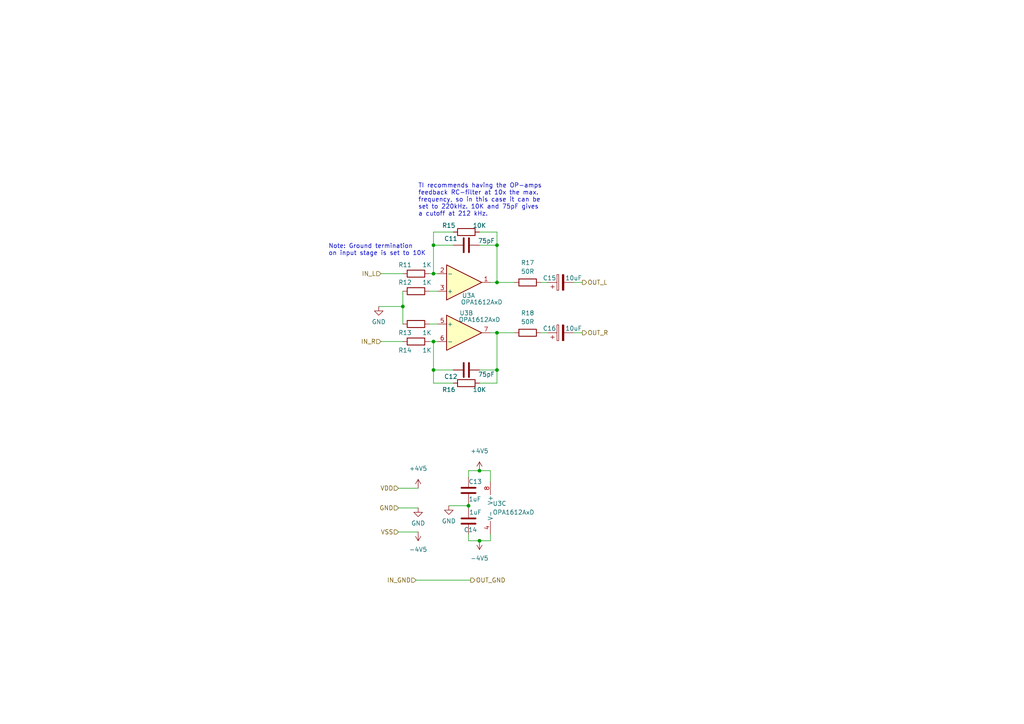
<source format=kicad_sch>
(kicad_sch (version 20230121) (generator eeschema)
  (paper "A4")
  (lib_symbols
    (symbol "Amplifier_Operational:OPA1612AxD" (pin_names (offset 0.127))
      (property "Reference" "U" (at 0 5.08 0))
      (property "Value" "OPA1612AxD" (at 0 -5.08 0))
      (symbol "OPA1612AxD_1_1"
        (polyline (pts (xy -5.08 5.08) (xy 5.08 0) (xy -5.08 -5.08) (xy -5.08 5.08)) (stroke (width 0.254)) (fill (type background)))
        (pin output line (at 7.62 0 180) (length 2.54) (name "~") (number "1"))
        (pin input line (at -7.62 -2.54 0) (length 2.54) (name "-") (number "2"))
        (pin input line (at -7.62 2.54 0) (length 2.54) (name "+") (number "3"))
      )
      (symbol "OPA1612AxD_2_1"
        (polyline (pts (xy -5.08 5.08) (xy 5.08 0) (xy -5.08 -5.08) (xy -5.08 5.08)) (stroke (width 0.254)) (fill (type background)))
        (pin input line (at -7.62 2.54 0) (length 2.54) (name "+") (number "5"))
        (pin input line (at -7.62 -2.54 0) (length 2.54) (name "-") (number "6"))
        (pin output line (at 7.62 0 180) (length 2.54) (name "~") (number "7"))
      )
      (symbol "OPA1612AxD_3_1"
        (pin power_in line (at -2.54 -7.62 90) (length 3.81) (name "V-") (number "4"))
        (pin power_in line (at -2.54 7.62 270) (length 3.81) (name "V+") (number "8"))
      )
    )
    (symbol "Device:C" (pin_numbers hide) (pin_names (offset 0.254))
      (property "Reference" "C" (at 0.635 2.54 0))
      (property "Value" "C" (at 0.635 -2.54 0))
      (symbol "C_0_1"
        (polyline (pts (xy -2.032 -0.762) (xy 2.032 -0.762)) (stroke (width 0.508)))
        (polyline (pts (xy -2.032 0.762) (xy 2.032 0.762)) (stroke (width 0.508)))
      )
      (symbol "C_1_1"
        (pin passive line (at 0 3.81 270) (length 2.794) (name "~") (number "1"))
        (pin passive line (at 0 -3.81 90) (length 2.794) (name "~") (number "2"))
      )
    )
    (symbol "Device:C_Polarized" (pin_numbers hide) (pin_names (offset 0.254))
      (property "Reference" "C" (at 0.635 2.54 0))
      (property "Value" "C_Polarized" (at 0.635 -2.54 0))
      (symbol "C_Polarized_0_1"
        (rectangle (start -2.286 0.508) (end 2.286 1.016))
        (polyline (pts (xy -1.778 2.286) (xy -0.762 2.286)))
        (polyline (pts (xy -1.27 2.794) (xy -1.27 1.778)))
        (rectangle (start 2.286 -0.508) (end -2.286 -1.016) (fill (type outline)))
      )
      (symbol "C_Polarized_1_1"
        (pin passive line (at 0 3.81 270) (length 2.794) (name "~") (number "1"))
        (pin passive line (at 0 -3.81 90) (length 2.794) (name "~") (number "2"))
      )
    )
    (symbol "Device:R" (pin_numbers hide) (pin_names (offset 0))
      (property "Reference" "R" (at 2.032 0 90))
      (property "Value" "R" (at 0 0 90))
      (symbol "R_0_1"
        (rectangle (start -1.016 -2.54) (end 1.016 2.54) (stroke (width 0.254)))
      )
      (symbol "R_1_1"
        (pin passive line (at 0 3.81 270) (length 1.27) (name "~") (number "1"))
        (pin passive line (at 0 -3.81 90) (length 1.27) (name "~") (number "2"))
      )
    )
    (symbol "power:GND" (power) (pin_names (offset 0))
      (property "Value" "GND" (at 0 -3.81 0))
      (symbol "GND_0_1"
        (polyline (pts (xy 0 0) (xy 0 -1.27) (xy 1.27 -1.27) (xy 0 -2.54) (xy -1.27 -1.27) (xy 0 -1.27)))
      )
      (symbol "GND_1_1"
        (pin power_in line (at 0 0 270) (length 0) hide (name "GND") (number "1"))
      )
    )
    (symbol "preamp_lib:+4V5" (power) (pin_names (offset 0))
      (property "Value" "+4V5" (at 0 3.556 0))
      (symbol "+4V5_0_1"
        (polyline (pts (xy -0.762 1.27) (xy 0 2.54)))
        (polyline (pts (xy 0 0) (xy 0 2.54)))
        (polyline (pts (xy 0 2.54) (xy 0.762 1.27)))
      )
      (symbol "+4V5_1_1"
        (pin power_in line (at 0 0 90) (length 0) hide (name "+4V5") (number "1"))
      )
    )
    (symbol "preamp_lib:-4V5" (power) (pin_names (offset 0))
      (property "Value" "-4V5" (at 0 3.556 0))
      (symbol "-4V5_0_1"
        (polyline (pts (xy -0.762 1.27) (xy 0 2.54)))
        (polyline (pts (xy 0 0) (xy 0 2.54)))
        (polyline (pts (xy 0 2.54) (xy 0.762 1.27)))
      )
      (symbol "-4V5_1_1"
        (pin power_in line (at 0 0 90) (length 0) hide (name "-4V5") (number "1"))
      )
    )
  )
  (junction (at 116.84 88.9))
  (junction (at 144.145 96.52))
  (junction (at 139.065 136.525))
  (junction (at 144.145 107.315))
  (junction (at 125.73 79.375))
  (junction (at 125.73 71.12))
  (junction (at 139.065 156.845))
  (junction (at 135.89 146.685))
  (junction (at 125.73 99.06))
  (junction (at 144.145 81.915))
  (junction (at 125.73 107.315))
  (junction (at 144.145 71.12))
  (wire (pts (xy 144.145 71.12) (xy 144.145 81.915)))
  (wire (pts (xy 156.845 81.915) (xy 158.75 81.915)))
  (wire (pts (xy 166.37 81.915) (xy 168.91 81.915)))
  (wire (pts (xy 142.24 96.52) (xy 144.145 96.52)))
  (wire (pts (xy 139.065 136.525) (xy 135.89 136.525)))
  (wire (pts (xy 115.57 154.305) (xy 121.285 154.305)))
  (wire (pts (xy 156.845 96.52) (xy 158.75 96.52)))
  (wire (pts (xy 144.145 107.315) (xy 144.145 96.52)))
  (wire (pts (xy 124.46 99.06) (xy 125.73 99.06)))
  (wire (pts (xy 116.84 88.9) (xy 116.84 93.98)))
  (wire (pts (xy 144.145 67.31) (xy 144.145 71.12)))
  (wire (pts (xy 139.065 156.845) (xy 135.89 156.845)))
  (wire (pts (xy 139.065 67.31) (xy 144.145 67.31)))
  (wire (pts (xy 110.49 79.375) (xy 116.84 79.375)))
  (wire (pts (xy 144.145 81.915) (xy 149.225 81.915)))
  (wire (pts (xy 124.46 93.98) (xy 127 93.98)))
  (wire (pts (xy 139.065 136.525) (xy 142.24 136.525)))
  (wire (pts (xy 125.73 111.125) (xy 131.445 111.125)))
  (wire (pts (xy 110.49 99.06) (xy 116.84 99.06)))
  (wire (pts (xy 109.855 88.9) (xy 116.84 88.9)))
  (wire (pts (xy 144.145 111.125) (xy 144.145 107.315)))
  (wire (pts (xy 144.145 96.52) (xy 149.225 96.52)))
  (wire (pts (xy 120.65 168.275) (xy 136.525 168.275)))
  (wire (pts (xy 125.73 67.31) (xy 125.73 71.12)))
  (wire (pts (xy 139.065 156.845) (xy 142.24 156.845)))
  (wire (pts (xy 142.24 154.94) (xy 142.24 156.845)))
  (wire (pts (xy 139.065 107.315) (xy 144.145 107.315)))
  (wire (pts (xy 115.57 147.32) (xy 121.285 147.32)))
  (wire (pts (xy 125.73 99.06) (xy 127 99.06)))
  (wire (pts (xy 125.73 71.12) (xy 125.73 79.375)))
  (wire (pts (xy 142.24 136.525) (xy 142.24 139.7)))
  (wire (pts (xy 125.73 67.31) (xy 131.445 67.31)))
  (wire (pts (xy 166.37 96.52) (xy 168.91 96.52)))
  (wire (pts (xy 135.89 156.845) (xy 135.89 154.94)))
  (wire (pts (xy 125.73 71.12) (xy 131.445 71.12)))
  (wire (pts (xy 125.73 111.125) (xy 125.73 107.315)))
  (wire (pts (xy 135.89 136.525) (xy 135.89 138.43)))
  (wire (pts (xy 116.84 84.455) (xy 116.84 88.9)))
  (wire (pts (xy 115.57 141.605) (xy 121.285 141.605)))
  (wire (pts (xy 130.175 146.685) (xy 135.89 146.685)))
  (wire (pts (xy 135.89 146.685) (xy 135.89 147.32)))
  (wire (pts (xy 139.065 111.125) (xy 144.145 111.125)))
  (wire (pts (xy 124.46 79.375) (xy 125.73 79.375)))
  (wire (pts (xy 125.73 107.315) (xy 131.445 107.315)))
  (wire (pts (xy 125.73 107.315) (xy 125.73 99.06)))
  (wire (pts (xy 139.065 71.12) (xy 144.145 71.12)))
  (wire (pts (xy 142.24 81.915) (xy 144.145 81.915)))
  (wire (pts (xy 124.46 84.455) (xy 127 84.455)))
  (wire (pts (xy 135.89 146.05) (xy 135.89 146.685)))
  (wire (pts (xy 125.73 79.375) (xy 127 79.375)))
  (text "TI recommends having the OP-amps \nfeedback RC-filter at 10x the max.\nfrequency, so in this case it can be\nset to 220kHz. 10K and 75pF gives\na cutoff at 212 kHz.\n" (at 121.285 62.865 0) (effects (font (size 1.27 1.27)) (justify left bottom)))
  (text "Note: Ground termination \non input stage is set to 10K" (at 95.25 74.295 0) (effects (font (size 1.27 1.27)) (justify left bottom)))
  (hierarchical_label "OUT_GND" (shape output) (at 136.525 168.275 0))
  (hierarchical_label "VSS" (shape input) (at 115.57 154.305 180))
  (hierarchical_label "IN_GND" (shape input) (at 120.65 168.275 180))
  (hierarchical_label "VDD" (shape input) (at 115.57 141.605 180))
  (hierarchical_label "OUT_L" (shape output) (at 168.91 81.915 0))
  (hierarchical_label "GND" (shape input) (at 115.57 147.32 180))
  (hierarchical_label "IN_L" (shape input) (at 110.49 79.375 180))
  (hierarchical_label "OUT_R" (shape output) (at 168.91 96.52 0))
  (hierarchical_label "IN_R" (shape input) (at 110.49 99.06 180))
  (symbol (lib_id "power:GND") (at 121.285 147.32 0) (unit 1)
    (property "Reference" "#PWR06" (effects hide))
    (property "Value" "GND" (at 121.285 151.765 0))
  )
  (symbol (lib_id "Device:C_Polarized") (at 162.56 96.52 90) (unit 1)
    (property "Reference" "C16" (at 159.385 95.25 90))
    (property "Value" "10uF" (at 166.37 95.25 90))
    (property "Footprint" "Capacitor_THT:CP_Radial_D8.0mm_P3.50mm" (effects hide))
  )
  (symbol (lib_id "preamp_lib:-4V5") (at 139.065 156.845 180) (unit 1)
    (property "Reference" "#PWR010" (effects hide))
    (property "Value" "-4V5" (at 139.065 161.925 0))
  )
  (symbol (lib_id "Device:R") (at 153.035 81.915 90) (unit 1)
    (property "Reference" "R17" (at 153.035 76.2 90))
    (property "Value" "50R" (at 153.035 78.74 90))
    (property "Footprint" "Capacitor_SMD:C_0603_1608Metric" (effects hide))
  )
  (symbol (lib_id "Device:C") (at 135.89 142.24 0) (unit 1)
    (property "Reference" "C13" (at 135.89 139.7 0) (effects (justify left)))
    (property "Value" "1uF" (at 135.89 144.78 0) (effects (justify left)))
    (property "Footprint" "Capacitor_SMD:C_1206_3216Metric" (effects hide))
  )
  (symbol (lib_id "preamp_lib:+4V5") (at 139.065 136.525 0) (unit 1)
    (property "Reference" "#PWR09" (effects hide))
    (property "Value" "+4V5" (at 139.065 130.81 0))
  )
  (symbol (lib_id "Device:C") (at 135.255 107.315 90) (mirror x) (unit 1)
    (property "Reference" "C12" (at 132.715 109.22 90) (effects (justify left)))
    (property "Value" "75pF" (at 143.51 108.585 90) (effects (justify left)))
    (property "Footprint" "Capacitor_SMD:C_0603_1608Metric" (effects hide))
  )
  (symbol (lib_id "Device:R") (at 153.035 96.52 90) (unit 1)
    (property "Reference" "R18" (at 153.035 90.805 90))
    (property "Value" "50R" (at 153.035 93.345 90))
    (property "Footprint" "Capacitor_SMD:C_0603_1608Metric" (effects hide))
  )
  (symbol (lib_id "power:GND") (at 130.175 146.685 0) (unit 1)
    (property "Reference" "#PWR08" (effects hide))
    (property "Value" "GND" (at 130.175 151.13 0))
  )
  (symbol (lib_id "Device:C_Polarized") (at 162.56 81.915 90) (unit 1)
    (property "Reference" "C15" (at 159.385 80.645 90))
    (property "Value" "10uF" (at 166.37 80.645 90))
    (property "Footprint" "Capacitor_THT:CP_Radial_D8.0mm_P3.50mm" (effects hide))
  )
  (symbol (lib_id "preamp_lib:-4V5") (at 121.285 154.305 180) (unit 1)
    (property "Reference" "#PWR07" (effects hide))
    (property "Value" "-4V5" (at 121.285 159.385 0))
  )
  (symbol (lib_id "Amplifier_Operational:OPA1612AxD") (at 144.78 147.32 0) (unit 3)
    (property "Reference" "U3" (at 142.875 146.0499 0) (effects (justify left)))
    (property "Value" "OPA1612AxD" (at 142.875 148.5899 0) (effects (justify left)))
    (property "Footprint" "preamp_footprints:SOIC-8-1EP_3.9x4.9mm_P1.27mm_EP2.29x3mm_Wide" (effects hide))
    (property "Datasheet" "http://www.ti.com/lit/ds/symlink/opa1612.pdf" (effects hide))
  )
  (symbol (lib_id "power:GND") (at 109.855 88.9 0) (unit 1)
    (property "Reference" "#PWR04" (effects hide))
    (property "Value" "GND" (at 109.855 93.345 0))
  )
  (symbol (lib_id "Device:R") (at 120.65 99.06 90) (mirror x) (unit 1)
    (property "Reference" "R14" (at 117.475 101.6 90))
    (property "Value" "1K" (at 123.825 101.6 90))
    (property "Footprint" "Capacitor_SMD:C_0603_1608Metric" (effects hide))
  )
  (symbol (lib_id "Device:C") (at 135.255 71.12 90) (unit 1)
    (property "Reference" "C11" (at 132.715 69.215 90) (effects (justify left)))
    (property "Value" "75pF" (at 143.51 69.85 90) (effects (justify left)))
    (property "Footprint" "Capacitor_SMD:C_0603_1608Metric" (effects hide))
  )
  (symbol (lib_id "preamp_lib:+4V5") (at 121.285 141.605 0) (unit 1)
    (property "Reference" "#PWR05" (effects hide))
    (property "Value" "+4V5" (at 121.285 135.89 0))
  )
  (symbol (lib_id "Device:R") (at 135.255 111.125 270) (unit 1)
    (property "Reference" "R16" (at 130.175 113.03 90))
    (property "Value" "10K" (at 139.065 113.03 90))
    (property "Footprint" "Capacitor_SMD:C_0603_1608Metric" (effects hide))
  )
  (symbol (lib_id "Device:R") (at 120.65 79.375 90) (unit 1)
    (property "Reference" "R11" (at 117.475 76.835 90))
    (property "Value" "1K" (at 123.825 76.835 90))
    (property "Footprint" "Capacitor_SMD:C_0603_1608Metric" (effects hide))
  )
  (symbol (lib_id "Amplifier_Operational:OPA1612AxD") (at 134.62 81.915 0) (mirror x) (unit 1)
    (property "Reference" "U3" (at 135.89 85.725 0))
    (property "Value" "OPA1612AxD" (at 139.7 87.63 0))
    (property "Footprint" "preamp_footprints:SOIC-8-1EP_3.9x4.9mm_P1.27mm_EP2.29x3mm_Wide" (effects hide))
    (property "Datasheet" "http://www.ti.com/lit/ds/symlink/opa1612.pdf" (effects hide))
  )
  (symbol (lib_id "Device:R") (at 135.255 67.31 270) (mirror x) (unit 1)
    (property "Reference" "R15" (at 130.175 65.405 90))
    (property "Value" "10K" (at 139.065 65.405 90))
    (property "Footprint" "Capacitor_SMD:C_0603_1608Metric" (effects hide))
  )
  (symbol (lib_id "Device:R") (at 120.65 93.98 90) (mirror x) (unit 1)
    (property "Reference" "R13" (at 117.475 96.52 90))
    (property "Value" "1K" (at 123.825 96.52 90))
    (property "Footprint" "Capacitor_SMD:C_0603_1608Metric" (effects hide))
  )
  (symbol (lib_id "Device:C") (at 135.89 151.13 180) (unit 1)
    (property "Reference" "C14" (at 138.43 153.67 0) (effects (justify left)))
    (property "Value" "1uF" (at 139.7 148.59 0) (effects (justify left)))
    (property "Footprint" "Capacitor_SMD:C_1206_3216Metric" (effects hide))
  )
  (symbol (lib_id "Amplifier_Operational:OPA1612AxD") (at 134.62 96.52 0) (unit 2)
    (property "Reference" "U3" (at 135.255 90.805 0))
    (property "Value" "OPA1612AxD" (at 139.065 92.71 0))
    (property "Footprint" "preamp_footprints:SOIC-8-1EP_3.9x4.9mm_P1.27mm_EP2.29x3mm_Wide" (effects hide))
    (property "Datasheet" "http://www.ti.com/lit/ds/symlink/opa1612.pdf" (effects hide))
  )
  (symbol (lib_id "Device:R") (at 120.65 84.455 90) (unit 1)
    (property "Reference" "R12" (at 117.475 81.915 90))
    (property "Value" "1K" (at 123.825 81.915 90))
    (property "Footprint" "Capacitor_SMD:C_0603_1608Metric" (effects hide))
  )
)
</source>
